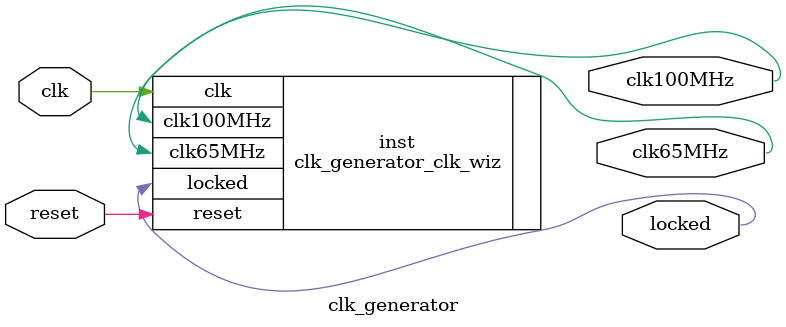
<source format=v>


`timescale 1ps/1ps

(* CORE_GENERATION_INFO = "clk_generator,clk_wiz_v5_4_2_0,{component_name=clk_generator,use_phase_alignment=true,use_min_o_jitter=false,use_max_i_jitter=false,use_dyn_phase_shift=false,use_inclk_switchover=false,use_dyn_reconfig=false,enable_axi=0,feedback_source=FDBK_AUTO,PRIMITIVE=MMCM,num_out_clk=2,clkin1_period=10.000,clkin2_period=10.000,use_power_down=false,use_reset=true,use_locked=true,use_inclk_stopped=false,feedback_type=SINGLE,CLOCK_MGR_TYPE=NA,manual_override=false}" *)

module clk_generator 
 (
  // Clock out ports
  output        clk65MHz,
  output        clk100MHz,
  // Status and control signals
  input         reset,
  output        locked,
 // Clock in ports
  input         clk
 );

  clk_generator_clk_wiz inst
  (
  // Clock out ports  
  .clk65MHz(clk65MHz),
  .clk100MHz(clk100MHz),
  // Status and control signals               
  .reset(reset), 
  .locked(locked),
 // Clock in ports
  .clk(clk)
  );

endmodule

</source>
